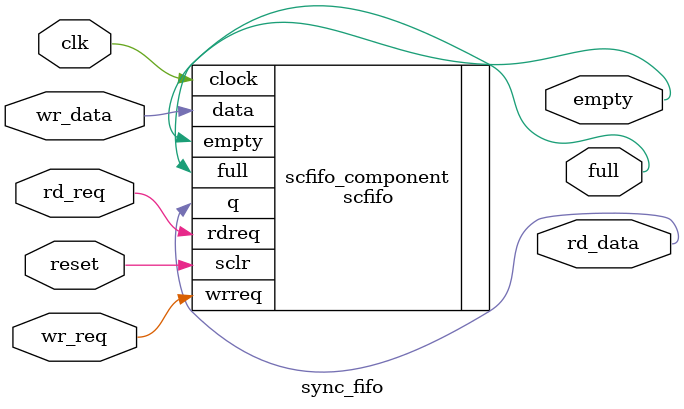
<source format=v>

`timescale 1 ps / 1 ps
// synopsys translate_on
module sync_fifo (
    input                     clk,
    input                     reset,
    output wire               empty,
    output wire               full,
    input                     wr_req,
    input [(WIDTH-1):0]       wr_data,
    input                     rd_req,
    output wire [(WIDTH-1):0] rd_data);

   parameter WIDTH = 1;
   parameter DEPTH = 1;
   
   scfifo scfifo_component(.clock(clk),
			   .sclr(reset),
			   .empty(empty),
			   .full(full),
			   .wrreq(wr_req),
			   .data(wr_data),
			   .rdreq(rd_req),
			   .q(rd_data)
			   // synopsys translate_off
			   ,
			   .aclr (),
			   .almost_empty (),
			   .almost_full (),
			   .usedw ()
			   // synopsys translate_on
			   );
   defparam scfifo_component.add_ram_output_register = "OFF",
	    scfifo_component.intended_device_family = "Cyclone II",
	    scfifo_component.lpm_hint = "RAM_BLOCK_TYPE=M4K",
	    scfifo_component.lpm_numwords = DEPTH,
	    scfifo_component.lpm_showahead = "ON",
	    scfifo_component.lpm_type = "scfifo",
	    scfifo_component.lpm_width = WIDTH,
	    scfifo_component.lpm_widthu = 2,
	    scfifo_component.overflow_checking = "ON",
	    scfifo_component.underflow_checking = "ON",
	    scfifo_component.use_eab = "ON";
endmodule
</source>
